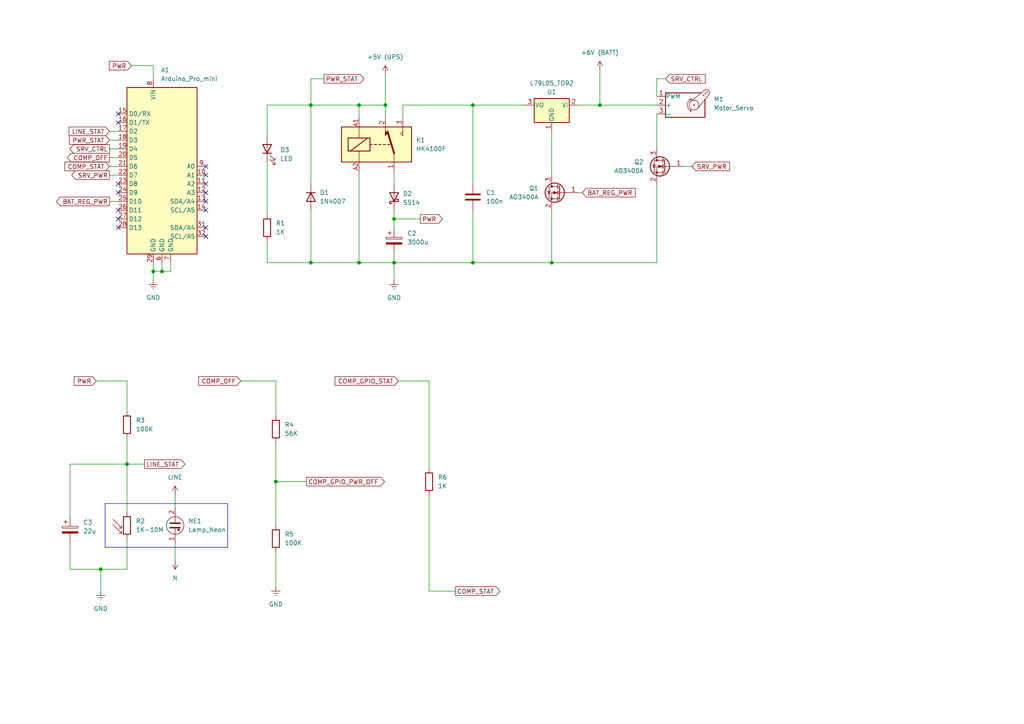
<source format=kicad_sch>
(kicad_sch (version 20231120) (generator "eeschema") (generator_version "8.0")
  (paper "A4")
  (lib_symbols
    (symbol "Device:C" (pin_numbers hide) (pin_names (offset 0.254))
      (property "Reference" "C" (at 0.635 2.54 0))
      (property "Value" "C" (at 0.635 -2.54 0))
      (symbol "C_0_1"
        (polyline (pts (xy -2.032 -0.762) (xy 2.032 -0.762)) (stroke (width 0.508)))
        (polyline (pts (xy -2.032 0.762) (xy 2.032 0.762)) (stroke (width 0.508)))
      )
      (symbol "C_1_1"
        (pin passive line (at 0 3.81 270) (length 2.794) (name "~") (number "1"))
        (pin passive line (at 0 -3.81 90) (length 2.794) (name "~") (number "2"))
      )
    )
    (symbol "Device:C_Polarized" (pin_numbers hide) (pin_names (offset 0.254))
      (property "Reference" "C" (at 0.635 2.54 0))
      (property "Value" "C_Polarized" (at 0.635 -2.54 0))
      (symbol "C_Polarized_0_1"
        (rectangle (start -2.286 0.508) (end 2.286 1.016))
        (polyline (pts (xy -1.778 2.286) (xy -0.762 2.286)))
        (polyline (pts (xy -1.27 2.794) (xy -1.27 1.778)))
        (rectangle (start 2.286 -0.508) (end -2.286 -1.016) (fill (type outline)))
      )
      (symbol "C_Polarized_1_1"
        (pin passive line (at 0 3.81 270) (length 2.794) (name "~") (number "1"))
        (pin passive line (at 0 -3.81 90) (length 2.794) (name "~") (number "2"))
      )
    )
    (symbol "Device:LED" (pin_numbers hide) (pin_names (offset 1.016) hide)
      (property "Reference" "D" (at 0 2.54 0))
      (property "Value" "LED" (at 0 -2.54 0))
      (symbol "LED_0_1"
        (polyline (pts (xy -1.27 -1.27) (xy -1.27 1.27)) (stroke (width 0.254)))
        (polyline (pts (xy -1.27 0) (xy 1.27 0)))
        (polyline (pts (xy 1.27 -1.27) (xy 1.27 1.27) (xy -1.27 0) (xy 1.27 -1.27)) (stroke (width 0.254)))
        (polyline (pts (xy -3.048 -0.762) (xy -4.572 -2.286) (xy -3.81 -2.286) (xy -4.572 -2.286) (xy -4.572 -1.524)))
        (polyline (pts (xy -1.778 -0.762) (xy -3.302 -2.286) (xy -2.54 -2.286) (xy -3.302 -2.286) (xy -3.302 -1.524)))
      )
      (symbol "LED_1_1"
        (pin passive line (at -3.81 0 0) (length 2.54) (name "K") (number "1"))
        (pin passive line (at 3.81 0 180) (length 2.54) (name "A") (number "2"))
      )
    )
    (symbol "Device:Lamp_Neon" (pin_names (offset 0.0254) hide)
      (property "Reference" "NE" (at 0.635 3.81 0))
      (property "Value" "Lamp_Neon" (at 0.635 -3.81 0))
      (symbol "Lamp_Neon_0_1"
        (rectangle (start -1.524 -0.508) (end 1.524 -0.762) (fill (type outline)))
        (rectangle (start -1.524 0.762) (end 1.524 0.508) (fill (type outline)))
        (polyline (pts (xy 0 -2.54) (xy 0 -0.762)))
        (polyline (pts (xy 0 0.762) (xy 0 2.54)))
        (circle (center 0 0) (radius 2.54))
        (circle (center 1.016 -1.27) (radius 0.254) (fill (type outline)))
      )
      (symbol "Lamp_Neon_1_1"
        (pin passive line (at 0 -5.08 90) (length 2.54) (name "~") (number "1"))
        (pin passive line (at 0 5.08 270) (length 2.54) (name "~") (number "2"))
      )
    )
    (symbol "Device:R" (pin_numbers hide) (pin_names (offset 0))
      (property "Reference" "R" (at 2.032 0 90))
      (property "Value" "R" (at 0 0 90))
      (symbol "R_0_1"
        (rectangle (start -1.016 -2.54) (end 1.016 2.54) (stroke (width 0.254)))
      )
      (symbol "R_1_1"
        (pin passive line (at 0 3.81 270) (length 1.27) (name "~") (number "1"))
        (pin passive line (at 0 -3.81 90) (length 1.27) (name "~") (number "2"))
      )
    )
    (symbol "Device:R_Photo" (pin_numbers hide) (pin_names (offset 0))
      (property "Reference" "R" (at 1.27 1.27 0))
      (property "Value" "R_Photo" (at 1.27 0 0))
      (symbol "R_Photo_0_1"
        (rectangle (start -1.016 2.54) (end 1.016 -2.54) (stroke (width 0.254)))
        (polyline (pts (xy -1.524 -2.286) (xy -4.064 0.254)))
        (polyline (pts (xy -1.524 -2.286) (xy -2.286 -2.286)))
        (polyline (pts (xy -1.524 -2.286) (xy -1.524 -1.524)))
        (polyline (pts (xy -1.524 -0.762) (xy -4.064 1.778)))
        (polyline (pts (xy -1.524 -0.762) (xy -2.286 -0.762)))
        (polyline (pts (xy -1.524 -0.762) (xy -1.524 0)))
      )
      (symbol "R_Photo_1_1"
        (pin passive line (at 0 3.81 270) (length 1.27) (name "~") (number "1"))
        (pin passive line (at 0 -3.81 90) (length 1.27) (name "~") (number "2"))
      )
    )
    (symbol "Diode:1N4007" (pin_numbers hide) (pin_names hide)
      (property "Reference" "D" (at 0 2.54 0))
      (property "Value" "1N4007" (at 0 -2.54 0))
      (symbol "1N4007_0_1"
        (polyline (pts (xy -1.27 1.27) (xy -1.27 -1.27)) (stroke (width 0.254)))
        (polyline (pts (xy 1.27 0) (xy -1.27 0)))
        (polyline (pts (xy 1.27 1.27) (xy 1.27 -1.27) (xy -1.27 0) (xy 1.27 1.27)) (stroke (width 0.254)))
      )
      (symbol "1N4007_1_1"
        (pin passive line (at -3.81 0 0) (length 2.54) (name "K") (number "1"))
        (pin passive line (at 3.81 0 180) (length 2.54) (name "A") (number "2"))
      )
    )
    (symbol "Diode:SS14" (pin_numbers hide) (pin_names (offset 1.016) hide)
      (property "Reference" "D" (at 0 2.54 0))
      (property "Value" "SS14" (at 0 -2.54 0))
      (symbol "SS14_0_1"
        (polyline (pts (xy 1.27 0) (xy -1.27 0)))
        (polyline (pts (xy 1.27 1.27) (xy 1.27 -1.27) (xy -1.27 0) (xy 1.27 1.27)) (stroke (width 0.254)))
        (polyline (pts (xy -1.905 0.635) (xy -1.905 1.27) (xy -1.27 1.27) (xy -1.27 -1.27) (xy -0.635 -1.27) (xy -0.635 -0.635)) (stroke (width 0.254)))
      )
      (symbol "SS14_1_1"
        (pin passive line (at -3.81 0 0) (length 2.54) (name "K") (number "1"))
        (pin passive line (at 3.81 0 180) (length 2.54) (name "A") (number "2"))
      )
    )
    (symbol "MCU_Module:Arduino_UNO_R3"
      (property "Reference" "A1" (at 7.2741 27.94 0))
      (property "Value" "Arduino_UNO_R3" (at 7.2741 25.4 0))
      (symbol "Arduino_UNO_R3_0_1"
        (rectangle (start -10.16 22.86) (end 10.16 -25.4) (stroke (width 0.254)) (fill (type background)))
      )
      (symbol "Arduino_UNO_R3_1_1"
        (pin no_connect line (at -10.16 -20.32 0) (length 2.54) hide (name "NC") (number "1"))
        (pin bidirectional line (at 12.7 -2.54 180) (length 2.54) (name "A1") (number "10"))
        (pin bidirectional line (at 12.7 -5.08 180) (length 2.54) (name "A2") (number "11"))
        (pin bidirectional line (at 12.7 -7.62 180) (length 2.54) (name "A3") (number "12"))
        (pin bidirectional line (at 12.7 -10.16 180) (length 2.54) (name "SDA/A4") (number "13"))
        (pin bidirectional line (at 12.7 -12.7 180) (length 2.54) (name "SCL/A5") (number "14"))
        (pin bidirectional line (at -12.7 15.24 0) (length 2.54) (name "D0/RX") (number "15"))
        (pin bidirectional line (at -12.7 12.7 0) (length 2.54) (name "D1/TX") (number "16"))
        (pin bidirectional line (at -12.7 10.16 0) (length 2.54) (name "D2") (number "17"))
        (pin bidirectional line (at -12.7 7.62 0) (length 2.54) (name "D3") (number "18"))
        (pin bidirectional line (at -12.7 5.08 0) (length 2.54) (name "D4") (number "19"))
        (pin bidirectional line (at -12.7 2.54 0) (length 2.54) (name "D5") (number "20"))
        (pin bidirectional line (at -12.7 0 0) (length 2.54) (name "D6") (number "21"))
        (pin bidirectional line (at -12.7 -2.54 0) (length 2.54) (name "D7") (number "22"))
        (pin bidirectional line (at -12.7 -5.08 0) (length 2.54) (name "D8") (number "23"))
        (pin bidirectional line (at -12.7 -7.62 0) (length 2.54) (name "D9") (number "24"))
        (pin bidirectional line (at -12.7 -10.16 0) (length 2.54) (name "D10") (number "25"))
        (pin bidirectional line (at -12.7 -12.7 0) (length 2.54) (name "D11") (number "26"))
        (pin bidirectional line (at -12.7 -15.24 0) (length 2.54) (name "D12") (number "27"))
        (pin bidirectional line (at -12.7 -17.78 0) (length 2.54) (name "D13") (number "28"))
        (pin power_in line (at -2.54 -27.94 90) (length 2.54) (name "GND") (number "29"))
        (pin bidirectional line (at 12.7 -17.78 180) (length 2.54) (name "SDA/A4") (number "31"))
        (pin bidirectional line (at 12.7 -20.32 180) (length 2.54) (name "SCL/A5") (number "32"))
        (pin power_in line (at 0 -27.94 90) (length 2.54) (name "GND") (number "6"))
        (pin power_in line (at 2.54 -27.94 90) (length 2.54) (name "GND") (number "7"))
        (pin power_in line (at -2.54 25.4 270) (length 2.54) (name "VIN") (number "8"))
        (pin bidirectional line (at 12.7 0 180) (length 2.54) (name "A0") (number "9"))
      )
    )
    (symbol "Motor:Motor_Servo" (pin_names (offset 0.0254))
      (property "Reference" "M" (at -5.08 4.445 0))
      (property "Value" "Motor_Servo" (at -5.08 -4.064 0))
      (symbol "Motor_Servo_0_1"
        (polyline (pts (xy 2.413 -1.778) (xy 2.032 -1.778)))
        (polyline (pts (xy 2.413 -1.778) (xy 2.286 -1.397)))
        (polyline (pts (xy 2.413 1.778) (xy 1.905 1.778)))
        (polyline (pts (xy 2.413 1.778) (xy 2.286 1.397)))
        (polyline (pts (xy 6.35 4.445) (xy 2.54 1.27)))
        (polyline (pts (xy 7.62 3.175) (xy 4.191 -1.016)))
        (polyline (pts (xy 5.08 3.556) (xy -5.08 3.556) (xy -5.08 -3.556) (xy 6.35 -3.556) (xy 6.35 1.524)) (stroke (width 0.254)))
        (arc (start 2.413 1.778) (mid 1.2406 0) (end 2.413 -1.778))
        (circle (center 3.175 0) (radius 0.1778))
        (circle (center 3.175 0) (radius 1.4224))
        (circle (center 5.969 2.794) (radius 0.127))
        (circle (center 6.477 3.302) (radius 0.127))
        (circle (center 6.985 3.81) (radius 0.127))
        (arc (start 7.62 3.175) (mid 7.4485 4.2735) (end 6.35 4.445))
      )
      (symbol "Motor_Servo_1_1"
        (pin passive line (at -7.62 2.54 0) (length 2.54) (name "PWM") (number "1"))
        (pin passive line (at -7.62 0 0) (length 2.54) (name "+") (number "2"))
        (pin passive line (at -7.62 -2.54 0) (length 2.54) (name "-") (number "3"))
      )
    )
    (symbol "Regulator_Linear:L79L05_TO92" (pin_names (offset 0.254))
      (property "Reference" "U" (at -3.81 -3.175 0))
      (property "Value" "L79L05_TO92" (at 0 -3.175 0))
      (symbol "L79L05_TO92_0_1"
        (rectangle (start -5.08 5.08) (end 5.08 -1.905) (stroke (width 0.254)) (fill (type background)))
      )
      (symbol "L79L05_TO92_1_1"
        (pin power_in line (at 0 7.62 270) (length 2.54) (name "GND") (number "1"))
        (pin power_in line (at -7.62 0 0) (length 2.54) (name "VI") (number "2"))
        (pin power_out line (at 7.62 0 180) (length 2.54) (name "VO") (number "3"))
      )
    )
    (symbol "Relay:G2RL-1"
      (property "Reference" "K1" (at 11.43 1.2701 0))
      (property "Value" "HK4100F" (at 11.43 -1.2699 0))
      (symbol "G2RL-1_0_0"
        (polyline (pts (xy 7.62 5.08) (xy 7.62 2.54) (xy 6.985 3.175) (xy 7.62 3.81)))
      )
      (symbol "G2RL-1_0_1"
        (rectangle (start -10.16 5.08) (end 10.16 -5.08) (stroke (width 0.254)) (fill (type background)))
        (rectangle (start -8.255 1.905) (end -1.905 -1.905) (stroke (width 0.254)))
        (polyline (pts (xy -7.62 -1.905) (xy -2.54 1.905)) (stroke (width 0.254)))
        (polyline (pts (xy -5.08 -5.08) (xy -5.08 -1.905)))
        (polyline (pts (xy -5.08 5.08) (xy -5.08 1.905)))
        (polyline (pts (xy -1.905 0) (xy -1.27 0)) (stroke (width 0.254)))
        (polyline (pts (xy -0.635 0) (xy 0 0)) (stroke (width 0.254)))
        (polyline (pts (xy 0.635 0) (xy 1.27 0)) (stroke (width 0.254)))
        (polyline (pts (xy 1.905 0) (xy 2.54 0)) (stroke (width 0.254)))
        (polyline (pts (xy 3.175 0) (xy 3.81 0)) (stroke (width 0.254)))
        (polyline (pts (xy 5.08 -2.54) (xy 3.175 3.81)) (stroke (width 0.508)))
        (polyline (pts (xy 5.08 -2.54) (xy 5.08 -5.08)))
        (polyline (pts (xy 2.54 5.08) (xy 2.54 2.54) (xy 3.175 3.175) (xy 2.54 3.81)) (fill (type outline)))
      )
      (symbol "G2RL-1_1_1"
        (pin passive line (at 5.08 -7.62 90) (length 2.54) (name "~") (number "1"))
        (pin passive line (at 2.54 7.62 270) (length 2.54) (name "~") (number "2"))
        (pin passive line (at 7.62 7.62 270) (length 2.54) (name "~") (number "3"))
        (pin passive line (at -5.08 7.62 270) (length 2.54) (name "~") (number "A1"))
        (pin passive line (at -5.08 -7.62 90) (length 2.54) (name "~") (number "A2"))
      )
    )
    (symbol "Transistor_FET:AO3400A" (pin_names hide)
      (property "Reference" "Q" (at 5.08 1.905 0))
      (property "Value" "AO3400A" (at 5.08 0 0))
      (symbol "AO3400A_0_1"
        (polyline (pts (xy 0.254 0) (xy -2.54 0)))
        (polyline (pts (xy 0.254 1.905) (xy 0.254 -1.905)) (stroke (width 0.254)))
        (polyline (pts (xy 0.762 -1.27) (xy 0.762 -2.286)) (stroke (width 0.254)))
        (polyline (pts (xy 0.762 0.508) (xy 0.762 -0.508)) (stroke (width 0.254)))
        (polyline (pts (xy 0.762 2.286) (xy 0.762 1.27)) (stroke (width 0.254)))
        (polyline (pts (xy 2.54 2.54) (xy 2.54 1.778)))
        (polyline (pts (xy 2.54 -2.54) (xy 2.54 0) (xy 0.762 0)))
        (polyline (pts (xy 0.762 -1.778) (xy 3.302 -1.778) (xy 3.302 1.778) (xy 0.762 1.778)))
        (polyline (pts (xy 1.016 0) (xy 2.032 0.381) (xy 2.032 -0.381) (xy 1.016 0)) (fill (type outline)))
        (polyline (pts (xy 2.794 0.508) (xy 2.921 0.381) (xy 3.683 0.381) (xy 3.81 0.254)))
        (polyline (pts (xy 3.302 0.381) (xy 2.921 -0.254) (xy 3.683 -0.254) (xy 3.302 0.381)))
        (circle (center 1.651 0) (radius 2.794) (stroke (width 0.254)))
        (circle (center 2.54 -1.778) (radius 0.254) (fill (type outline)))
        (circle (center 2.54 1.778) (radius 0.254) (fill (type outline)))
      )
      (symbol "AO3400A_1_1"
        (pin input line (at -5.08 0 0) (length 2.54) (name "G") (number "1"))
        (pin passive line (at 2.54 -5.08 90) (length 2.54) (name "S") (number "2"))
        (pin passive line (at 2.54 5.08 270) (length 2.54) (name "D") (number "3"))
      )
    )
    (symbol "power:+5V" (power) (pin_numbers hide) (pin_names (offset 0) hide)
      (property "Value" "+5V" (at 0 3.556 0))
      (symbol "+5V_0_1"
        (polyline (pts (xy -0.762 1.27) (xy 0 2.54)))
        (polyline (pts (xy 0 0) (xy 0 2.54)))
        (polyline (pts (xy 0 2.54) (xy 0.762 1.27)))
      )
      (symbol "+5V_1_1"
        (pin power_in line (at 0 0 90) (length 0) (name "~") (number "1"))
      )
    )
    (symbol "power:+BATT" (power) (pin_numbers hide) (pin_names (offset 0) hide)
      (property "Value" "+BATT" (at 0 3.556 0))
      (symbol "+BATT_0_1"
        (polyline (pts (xy -0.762 1.27) (xy 0 2.54)))
        (polyline (pts (xy 0 0) (xy 0 2.54)))
        (polyline (pts (xy 0 2.54) (xy 0.762 1.27)))
      )
      (symbol "+BATT_1_1"
        (pin power_in line (at 0 0 90) (length 0) (name "~") (number "1"))
      )
    )
    (symbol "power:GNDREF" (power) (pin_numbers hide) (pin_names (offset 0) hide)
      (property "Value" "GNDREF" (at 0 -3.81 0))
      (symbol "GNDREF_0_1"
        (polyline (pts (xy -0.635 -1.905) (xy 0.635 -1.905)))
        (polyline (pts (xy -0.127 -2.54) (xy 0.127 -2.54)))
        (polyline (pts (xy 0 -1.27) (xy 0 0)))
        (polyline (pts (xy 1.27 -1.27) (xy -1.27 -1.27)))
      )
      (symbol "GNDREF_1_1"
        (pin power_in line (at 0 0 270) (length 0) (name "~") (number "1"))
      )
    )
    (symbol "power:LINE" (power) (pin_numbers hide) (pin_names (offset 0) hide)
      (property "Value" "LINE" (at 0 3.556 0))
      (symbol "LINE_0_1"
        (polyline (pts (xy -0.762 1.27) (xy 0 2.54)))
        (polyline (pts (xy 0 0) (xy 0 2.54)))
        (polyline (pts (xy 0 2.54) (xy 0.762 1.27)))
      )
      (symbol "LINE_1_1"
        (pin power_in line (at 0 0 90) (length 0) (name "~") (number "1"))
      )
    )
    (symbol "power:NEUT" (power) (pin_numbers hide) (pin_names (offset 0) hide)
      (property "Value" "NEUT" (at 0 3.556 0))
      (symbol "NEUT_0_1"
        (polyline (pts (xy -0.762 1.27) (xy 0 2.54)))
        (polyline (pts (xy 0 0) (xy 0 2.54)))
        (polyline (pts (xy 0 2.54) (xy 0.762 1.27)))
      )
      (symbol "NEUT_1_1"
        (pin power_in line (at 0 0 90) (length 0) (name "~") (number "1"))
      )
    )
  )
  (junction (at 44.45 78.74))
  (junction (at 104.14 76.2))
  (junction (at 137.16 76.2))
  (junction (at 90.17 76.2))
  (junction (at 29.21 165.1))
  (junction (at 36.83 134.62))
  (junction (at 90.17 30.48))
  (junction (at 80.01 139.7))
  (junction (at 137.16 30.48))
  (junction (at 104.14 30.48))
  (junction (at 114.3 76.2))
  (junction (at 173.99 30.48))
  (junction (at 111.76 30.48))
  (junction (at 46.99 78.74))
  (junction (at 114.3 63.5))
  (junction (at 160.02 76.2))
  (no_connect (at 34.29 35.56))
  (no_connect (at 59.69 68.58))
  (no_connect (at 59.69 60.96))
  (no_connect (at 34.29 53.34))
  (no_connect (at 34.29 60.96))
  (no_connect (at 34.29 55.88))
  (no_connect (at 59.69 48.26))
  (no_connect (at 59.69 50.8))
  (no_connect (at 34.29 33.02))
  (no_connect (at 34.29 66.04))
  (no_connect (at 59.69 53.34))
  (no_connect (at 59.69 58.42))
  (no_connect (at 34.29 63.5))
  (no_connect (at 59.69 55.88))
  (no_connect (at 59.69 66.04))
  (wire (pts (xy 168.91 55.88) (xy 167.64 55.88)))
  (wire (pts (xy 111.76 30.48) (xy 111.76 34.29)))
  (wire (pts (xy 190.5 53.34) (xy 190.5 76.2)))
  (wire (pts (xy 36.83 134.62) (xy 41.91 134.62)))
  (wire (pts (xy 50.8 157.48) (xy 50.8 162.56)))
  (wire (pts (xy 80.01 160.02) (xy 80.01 170.18)))
  (wire (pts (xy 190.5 76.2) (xy 160.02 76.2)))
  (wire (pts (xy 44.45 78.74) (xy 44.45 81.28)))
  (wire (pts (xy 29.21 165.1) (xy 29.21 171.45)))
  (wire (pts (xy 31.75 38.1) (xy 34.29 38.1)))
  (wire (pts (xy 160.02 38.1) (xy 160.02 50.8)))
  (wire (pts (xy 198.12 48.26) (xy 200.66 48.26)))
  (wire (pts (xy 44.45 78.74) (xy 46.99 78.74)))
  (wire (pts (xy 20.32 157.48) (xy 20.32 165.1)))
  (wire (pts (xy 44.45 22.86) (xy 44.45 19.05)))
  (wire (pts (xy 190.5 33.02) (xy 190.5 43.18)))
  (wire (pts (xy 31.75 48.26) (xy 34.29 48.26)))
  (wire (pts (xy 31.75 50.8) (xy 34.29 50.8)))
  (wire (pts (xy 36.83 127) (xy 36.83 134.62)))
  (wire (pts (xy 31.75 58.42) (xy 34.29 58.42)))
  (wire (pts (xy 77.47 69.85) (xy 77.47 76.2)))
  (wire (pts (xy 160.02 60.96) (xy 160.02 76.2)))
  (wire (pts (xy 137.16 76.2) (xy 114.3 76.2)))
  (wire (pts (xy 80.01 139.7) (xy 80.01 152.4)))
  (wire (pts (xy 90.17 60.96) (xy 90.17 76.2)))
  (wire (pts (xy 193.04 22.86) (xy 190.5 22.86)))
  (wire (pts (xy 31.75 45.72) (xy 34.29 45.72)))
  (wire (pts (xy 44.45 76.2) (xy 44.45 78.74)))
  (wire (pts (xy 137.16 30.48) (xy 152.4 30.48)))
  (wire (pts (xy 115.57 110.49) (xy 124.46 110.49)))
  (wire (pts (xy 90.17 30.48) (xy 104.14 30.48)))
  (wire (pts (xy 124.46 143.51) (xy 124.46 171.45)))
  (wire (pts (xy 104.14 30.48) (xy 104.14 34.29)))
  (wire (pts (xy 116.84 30.48) (xy 116.84 34.29)))
  (wire (pts (xy 124.46 110.49) (xy 124.46 135.89)))
  (wire (pts (xy 27.94 110.49) (xy 36.83 110.49)))
  (wire (pts (xy 167.64 30.48) (xy 173.99 30.48)))
  (wire (pts (xy 114.3 49.53) (xy 114.3 53.34)))
  (wire (pts (xy 50.8 143.51) (xy 50.8 147.32)))
  (wire (pts (xy 137.16 76.2) (xy 160.02 76.2)))
  (wire (pts (xy 31.75 40.64) (xy 34.29 40.64)))
  (wire (pts (xy 29.21 165.1) (xy 36.83 165.1)))
  (wire (pts (xy 137.16 30.48) (xy 116.84 30.48)))
  (wire (pts (xy 20.32 165.1) (xy 29.21 165.1)))
  (wire (pts (xy 114.3 63.5) (xy 114.3 66.04)))
  (wire (pts (xy 20.32 149.86) (xy 20.32 134.62)))
  (wire (pts (xy 20.32 134.62) (xy 36.83 134.62)))
  (wire (pts (xy 80.01 128.27) (xy 80.01 139.7)))
  (wire (pts (xy 38.1 19.05) (xy 44.45 19.05)))
  (wire (pts (xy 46.99 76.2) (xy 46.99 78.74)))
  (wire (pts (xy 90.17 76.2) (xy 104.14 76.2)))
  (wire (pts (xy 104.14 49.53) (xy 104.14 76.2)))
  (wire (pts (xy 173.99 30.48) (xy 190.5 30.48)))
  (wire (pts (xy 114.3 60.96) (xy 114.3 63.5)))
  (wire (pts (xy 111.76 21.59) (xy 111.76 30.48)))
  (wire (pts (xy 36.83 156.21) (xy 36.83 165.1)))
  (wire (pts (xy 80.01 139.7) (xy 88.9 139.7)))
  (wire (pts (xy 77.47 39.37) (xy 77.47 30.48)))
  (wire (pts (xy 77.47 30.48) (xy 90.17 30.48)))
  (wire (pts (xy 31.75 43.18) (xy 34.29 43.18)))
  (wire (pts (xy 93.98 22.86) (xy 90.17 22.86)))
  (wire (pts (xy 46.99 78.74) (xy 49.53 78.74)))
  (wire (pts (xy 137.16 60.96) (xy 137.16 76.2)))
  (wire (pts (xy 90.17 22.86) (xy 90.17 30.48)))
  (wire (pts (xy 90.17 53.34) (xy 90.17 30.48)))
  (wire (pts (xy 124.46 171.45) (xy 132.08 171.45)))
  (wire (pts (xy 80.01 110.49) (xy 80.01 120.65)))
  (wire (pts (xy 114.3 73.66) (xy 114.3 76.2)))
  (wire (pts (xy 77.47 76.2) (xy 90.17 76.2)))
  (wire (pts (xy 114.3 76.2) (xy 114.3 81.28)))
  (wire (pts (xy 137.16 30.48) (xy 137.16 53.34)))
  (wire (pts (xy 190.5 22.86) (xy 190.5 27.94)))
  (wire (pts (xy 173.99 20.32) (xy 173.99 30.48)))
  (wire (pts (xy 36.83 134.62) (xy 36.83 148.59)))
  (wire (pts (xy 114.3 63.5) (xy 121.92 63.5)))
  (wire (pts (xy 77.47 46.99) (xy 77.47 62.23)))
  (wire (pts (xy 104.14 30.48) (xy 111.76 30.48)))
  (wire (pts (xy 69.85 110.49) (xy 80.01 110.49)))
  (wire (pts (xy 104.14 76.2) (xy 114.3 76.2)))
  (wire (pts (xy 36.83 119.38) (xy 36.83 110.49)))
  (wire (pts (xy 49.53 76.2) (xy 49.53 78.74)))
  (rectangle (start 30.48 146.05) (end 66.04 158.75))
  (global_label "SRV_PWR" (shape output) (at 31.75 50.8 180) (property "Intersheetrefs" "${INTERSHEET_REFS}" (effects (hide yes))))
  (global_label "COMP_STAT" (shape output) (at 132.08 171.45 0) (property "Intersheetrefs" "${INTERSHEET_REFS}" (effects (hide yes))))
  (global_label "SRV_PWR" (shape input) (at 200.66 48.26 0) (property "Intersheetrefs" "${INTERSHEET_REFS}" (effects (hide yes))))
  (global_label "BAT_REG_PWR" (shape output) (at 31.75 58.42 180) (property "Intersheetrefs" "${INTERSHEET_REFS}" (effects (hide yes))))
  (global_label "LINE_STAT" (shape output) (at 41.91 134.62 0) (property "Intersheetrefs" "${INTERSHEET_REFS}" (effects (hide yes))))
  (global_label "PWR" (shape input) (at 27.94 110.49 180) (property "Intersheetrefs" "${INTERSHEET_REFS}" (effects (hide yes))))
  (global_label "BAT_REG_PWR" (shape input) (at 168.91 55.88 0) (property "Intersheetrefs" "${INTERSHEET_REFS}" (effects (hide yes))))
  (global_label "PWR" (shape output) (at 121.92 63.5 0) (property "Intersheetrefs" "${INTERSHEET_REFS}" (effects (hide yes))))
  (global_label "SRV_CTRL" (shape output) (at 31.75 43.18 180) (property "Intersheetrefs" "${INTERSHEET_REFS}" (effects (hide yes))))
  (global_label "PWR_STAT" (shape output) (at 93.98 22.86 0) (property "Intersheetrefs" "${INTERSHEET_REFS}" (effects (hide yes))))
  (global_label "COMP_OFF" (shape output) (at 31.75 45.72 180) (property "Intersheetrefs" "${INTERSHEET_REFS}" (effects (hide yes))))
  (global_label "COMP_GPIO_STAT" (shape input) (at 115.57 110.49 180) (property "Intersheetrefs" "${INTERSHEET_REFS}" (effects (hide yes))))
  (global_label "COMP_OFF" (shape input) (at 69.85 110.49 180) (property "Intersheetrefs" "${INTERSHEET_REFS}" (effects (hide yes))))
  (global_label "SRV_CTRL" (shape input) (at 193.04 22.86 0) (property "Intersheetrefs" "${INTERSHEET_REFS}" (effects (hide yes))))
  (global_label "PWR_STAT" (shape input) (at 31.75 40.64 180) (property "Intersheetrefs" "${INTERSHEET_REFS}" (effects (hide yes))))
  (global_label "COMP_STAT" (shape input) (at 31.75 48.26 180) (property "Intersheetrefs" "${INTERSHEET_REFS}" (effects (hide yes))))
  (global_label "PWR" (shape input) (at 38.1 19.05 180) (property "Intersheetrefs" "${INTERSHEET_REFS}" (effects (hide yes))))
  (global_label "COMP_GPIO_PWR_OFF" (shape output) (at 88.9 139.7 0) (property "Intersheetrefs" "${INTERSHEET_REFS}" (effects (hide yes))))
  (global_label "LINE_STAT" (shape input) (at 31.75 38.1 180) (property "Intersheetrefs" "${INTERSHEET_REFS}" (effects (hide yes))))
  (symbol (lib_id "Transistor_FET:AO3400A") (at 162.56 55.88 0) (mirror y) (unit 1)
    (property "Reference" "Q1" (at 156.21 54.6099 0) (effects (justify left)))
    (property "Value" "AO3400A" (at 156.21 57.1499 0) (effects (justify left)))
    (property "Footprint" "Package_TO_SOT_SMD:SOT-23" (effects (hide yes)))
    (property "Datasheet" "http://www.aosmd.com/pdfs/datasheet/AO3400A.pdf" (effects (hide yes)))
    (property "Description" "30V Vds, 5.7A Id, N-Channel MOSFET, SOT-23" (effects (hide yes)))
  )
  (symbol (lib_id "Transistor_FET:AO3400A") (at 193.04 48.26 0) (mirror y) (unit 1)
    (property "Reference" "Q2" (at 186.69 46.9899 0) (effects (justify left)))
    (property "Value" "AO3400A" (at 186.69 49.5299 0) (effects (justify left)))
    (property "Footprint" "Package_TO_SOT_SMD:SOT-23" (effects (hide yes)))
    (property "Datasheet" "http://www.aosmd.com/pdfs/datasheet/AO3400A.pdf" (effects (hide yes)))
    (property "Description" "30V Vds, 5.7A Id, N-Channel MOSFET, SOT-23" (effects (hide yes)))
  )
  (symbol (lib_id "power:GNDREF") (at 44.45 81.28 0) (unit 1)
    (property "Reference" "#PWR02" (effects (hide yes)))
    (property "Value" "GND" (at 44.45 86.36 0))
    (property "Description" "Power symbol creates a global label with name \"GNDREF\" , reference supply ground" (effects (hide yes)))
  )
  (symbol (lib_id "Device:R") (at 36.83 123.19 0) (unit 1)
    (property "Reference" "R3" (at 39.37 121.9199 0) (effects (justify left)))
    (property "Value" "100K" (at 39.37 124.4599 0) (effects (justify left)))
    (property "Description" "Resistor" (effects (hide yes)))
  )
  (symbol (lib_id "Device:R_Photo") (at 36.83 152.4 0) (unit 1)
    (property "Reference" "R2" (at 39.37 151.1299 0) (effects (justify left)))
    (property "Value" "1K-10M" (at 39.37 153.6699 0) (effects (justify left)))
    (property "Description" "Photoresistor" (effects (hide yes)))
  )
  (symbol (lib_id "Device:C") (at 137.16 57.15 0) (unit 1)
    (property "Reference" "C1" (at 140.97 55.8799 0) (effects (justify left)))
    (property "Value" "100n" (at 140.97 58.4199 0) (effects (justify left)))
    (property "Description" "Unpolarized capacitor" (effects (hide yes)))
  )
  (symbol (lib_id "Device:R") (at 124.46 139.7 0) (unit 1)
    (property "Reference" "R6" (at 127 138.4299 0) (effects (justify left)))
    (property "Value" "1K" (at 127 140.9699 0) (effects (justify left)))
    (property "Description" "Resistor" (effects (hide yes)))
  )
  (symbol (lib_id "Diode:SS14") (at 114.3 57.15 90) (unit 1)
    (property "Reference" "D2" (at 116.84 56.1974 90) (effects (justify right)))
    (property "Value" "SS14" (at 116.84 58.7374 90) (effects (justify right)))
    (property "Footprint" "Diode_SMD:D_SMA" (effects (hide yes)))
    (property "Datasheet" "https://www.vishay.com/docs/88746/ss12.pdf" (effects (hide yes)))
    (property "Description" "40V 1A Schottky Diode, SMA" (effects (hide yes)))
  )
  (symbol (lib_id "Device:R") (at 77.47 66.04 0) (unit 1)
    (property "Reference" "R1" (at 80.01 64.7699 0) (effects (justify left)))
    (property "Value" "1K" (at 80.01 67.3099 0) (effects (justify left)))
    (property "Description" "Resistor" (effects (hide yes)))
  )
  (symbol (lib_id "Regulator_Linear:L79L05_TO92") (at 160.02 30.48 180) (unit 1)
    (property "Reference" "U1" (at 160.02 26.67 0))
    (property "Value" "L79L05_TO92" (at 160.02 24.13 0))
    (property "Footprint" "Package_TO_SOT_THT:TO-92_Inline" (effects (hide yes)))
    (property "Datasheet" "http://www.farnell.com/datasheets/1827870.pdf" (effects (hide yes)))
    (property "Description" "Negative 100mA -30V Linear Regulator, Fixed Output -5V, TO-92" (effects (hide yes)))
  )
  (symbol (lib_id "power:+BATT") (at 173.99 20.32 0) (unit 1)
    (property "Reference" "#PWR04" (effects (hide yes)))
    (property "Value" "+6V (BATT)" (at 173.99 15.24 0))
    (property "Description" "Power symbol creates a global label with name \"+BATT\"" (effects (hide yes)))
  )
  (symbol (lib_id "Diode:1N4007") (at 90.17 57.15 270) (unit 1)
    (property "Reference" "D1" (at 92.71 55.8799 90) (effects (justify left)))
    (property "Value" "1N4007" (at 92.71 58.4199 90) (effects (justify left)))
    (property "Footprint" "Diode_THT:D_DO-41_SOD81_P10.16mm_Horizontal" (effects (hide yes)))
    (property "Datasheet" "http://www.vishay.com/docs/88503/1n4001.pdf" (effects (hide yes)))
    (property "Description" "1000V 1A General Purpose Rectifier Diode, DO-41" (effects (hide yes)))
    (property "Sim.Device" "D" (effects (hide yes)))
    (property "Sim.Pins" "1=K 2=A" (effects (hide yes)))
  )
  (symbol (lib_id "power:GNDREF") (at 80.01 170.18 0) (unit 1)
    (property "Reference" "#PWR08" (effects (hide yes)))
    (property "Value" "GND" (at 80.01 175.26 0))
    (property "Description" "Power symbol creates a global label with name \"GNDREF\" , reference supply ground" (effects (hide yes)))
  )
  (symbol (lib_id "Motor:Motor_Servo") (at 198.12 30.48 0) (unit 1)
    (property "Reference" "M1" (at 207.01 28.7765 0) (effects (justify left)))
    (property "Value" "Motor_Servo" (at 207.01 31.3165 0) (effects (justify left)))
    (property "Datasheet" "http://forums.parallax.com/uploads/attachments/46831/74481.png" (effects (hide yes)))
    (property "Description" "Servo Motor (Futaba, HiTec, JR connector)" (effects (hide yes)))
  )
  (symbol (lib_id "MCU_Module:Arduino_UNO_R3") (at 46.99 48.26 0) (unit 1)
    (property "Reference" "A1" (at 46.6441 20.32 0) (effects (justify left)))
    (property "Value" "Arduino_Pro_mini" (at 46.6441 22.86 0) (effects (justify left)))
    (property "Footprint" "Module:Arduino_UNO_R3" (effects (hide yes)))
    (property "Datasheet" "https://www.arduino.cc/en/Main/arduinoBoardUno" (effects (hide yes)))
    (property "Description" "Arduino UNO Microcontroller Module, release 3" (effects (hide yes)))
  )
  (symbol (lib_id "power:GNDREF") (at 29.21 171.45 0) (unit 1)
    (property "Reference" "#PWR03" (effects (hide yes)))
    (property "Value" "GND" (at 29.21 176.53 0))
    (property "Description" "Power symbol creates a global label with name \"GNDREF\" , reference supply ground" (effects (hide yes)))
  )
  (symbol (lib_id "Device:Lamp_Neon") (at 50.8 152.4 0) (unit 1)
    (property "Reference" "NE1" (at 54.61 151.1299 0) (effects (justify left)))
    (property "Value" "Lamp_Neon" (at 54.61 153.6699 0) (effects (justify left)))
    (property "Description" "Neon lamp" (effects (hide yes)))
  )
  (symbol (lib_id "Device:C_Polarized") (at 114.3 69.85 0) (unit 1)
    (property "Reference" "C2" (at 118.11 67.6909 0) (effects (justify left)))
    (property "Value" "3000u" (at 118.11 70.2309 0) (effects (justify left)))
    (property "Description" "Polarized capacitor" (effects (hide yes)))
  )
  (symbol (lib_id "Relay:G2RL-1") (at 109.22 41.91 0) (unit 1)
    (property "Reference" "K1" (at 120.65 40.6399 0) (effects (justify left)))
    (property "Value" "HK4100F" (at 120.65 43.1799 0) (effects (justify left)))
    (property "Footprint" "Relay_THT:Relay_SPDT_Omron_G2RL-1" (effects (hide yes)))
    (property "Datasheet" "https://omronfs.omron.com/en_US/ecb/products/pdf/en-g2rl.pdf" (effects (hide yes)))
    (property "Description" "General Purpose Low Profile Relay SPDT Through Hole, Omron G2RL series, 12A 250VAC" (effects (hide yes)))
  )
  (symbol (lib_id "Device:R") (at 80.01 124.46 0) (unit 1)
    (property "Reference" "R4" (at 82.55 123.1899 0) (effects (justify left)))
    (property "Value" "56K" (at 82.55 125.7299 0) (effects (justify left)))
    (property "Description" "Resistor" (effects (hide yes)))
  )
  (symbol (lib_id "Device:R") (at 80.01 156.21 0) (unit 1)
    (property "Reference" "R5" (at 82.55 154.9399 0) (effects (justify left)))
    (property "Value" "100K" (at 82.55 157.4799 0) (effects (justify left)))
    (property "Description" "Resistor" (effects (hide yes)))
  )
  (symbol (lib_id "Device:C_Polarized") (at 20.32 153.67 0) (unit 1)
    (property "Reference" "C3" (at 24.13 151.5109 0) (effects (justify left)))
    (property "Value" "22u" (at 24.13 154.0509 0) (effects (justify left)))
    (property "Description" "Polarized capacitor" (effects (hide yes)))
  )
  (symbol (lib_id "power:NEUT") (at 50.8 162.56 180) (unit 1)
    (property "Reference" "#PWR06" (effects (hide yes)))
    (property "Value" "N" (at 50.8 167.64 0))
    (property "Description" "Power symbol creates a global label with name \"NEUT\"" (effects (hide yes)))
  )
  (symbol (lib_id "power:+5V") (at 111.76 21.59 0) (unit 1)
    (property "Reference" "#PWR01" (effects (hide yes)))
    (property "Value" "+5V (UPS)" (at 111.76 16.51 0))
    (property "Description" "Power symbol creates a global label with name \"+5V\"" (effects (hide yes)))
  )
  (symbol (lib_id "power:GNDREF") (at 114.3 81.28 0) (unit 1)
    (property "Reference" "#PWR07" (effects (hide yes)))
    (property "Value" "GND" (at 114.3 86.36 0))
    (property "Description" "Power symbol creates a global label with name \"GNDREF\" , reference supply ground" (effects (hide yes)))
  )
  (symbol (lib_id "Device:LED") (at 77.47 43.18 90) (unit 1)
    (property "Reference" "D3" (at 81.28 43.4974 90) (effects (justify right)))
    (property "Value" "LED" (at 81.28 46.0374 90) (effects (justify right)))
    (property "Description" "Light emitting diode" (effects (hide yes)))
  )
  (symbol (lib_id "power:LINE") (at 50.8 143.51 0) (unit 1)
    (property "Reference" "#PWR05" (effects (hide yes)))
    (property "Value" "LINE" (at 50.8 138.43 0))
    (property "Description" "Power symbol creates a global label with name \"LINE\"" (effects (hide yes)))
  )
)
</source>
